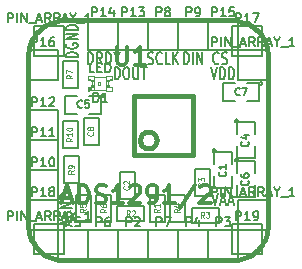
<source format=gto>
G04 (created by PCBNEW-RS274X (2012-jan-04)-stable) date Thu 19 Apr 2012 09:17:57 PM CEST*
G01*
G70*
G90*
%MOIN*%
G04 Gerber Fmt 3.4, Leading zero omitted, Abs format*
%FSLAX34Y34*%
G04 APERTURE LIST*
%ADD10C,0.006000*%
%ADD11C,0.007500*%
%ADD12C,0.015000*%
%ADD13C,0.005000*%
%ADD14C,0.002600*%
%ADD15C,0.004000*%
%ADD16C,0.002000*%
%ADD17C,0.012000*%
%ADD18C,0.004500*%
G04 APERTURE END LIST*
G54D10*
G54D11*
X29052Y-33563D02*
X28652Y-33563D01*
X28652Y-33491D01*
X28671Y-33448D01*
X28709Y-33420D01*
X28747Y-33405D01*
X28823Y-33391D01*
X28880Y-33391D01*
X28957Y-33405D01*
X28995Y-33420D01*
X29033Y-33448D01*
X29052Y-33491D01*
X29052Y-33563D01*
X28671Y-33105D02*
X28652Y-33134D01*
X28652Y-33177D01*
X28671Y-33220D01*
X28709Y-33248D01*
X28747Y-33263D01*
X28823Y-33277D01*
X28880Y-33277D01*
X28957Y-33263D01*
X28995Y-33248D01*
X29033Y-33220D01*
X29052Y-33177D01*
X29052Y-33148D01*
X29033Y-33105D01*
X29014Y-33091D01*
X28880Y-33091D01*
X28880Y-33148D01*
X29052Y-32963D02*
X28652Y-32963D01*
X29052Y-32791D01*
X28652Y-32791D01*
X29052Y-32649D02*
X28652Y-32649D01*
X28652Y-32577D01*
X28671Y-32534D01*
X28709Y-32506D01*
X28747Y-32491D01*
X28823Y-32477D01*
X28880Y-32477D01*
X28957Y-32491D01*
X28995Y-32506D01*
X29033Y-32534D01*
X29052Y-32577D01*
X29052Y-32649D01*
X28738Y-39155D02*
X28738Y-39012D01*
X28852Y-39183D02*
X28452Y-39083D01*
X28852Y-38983D01*
X28471Y-38726D02*
X28452Y-38755D01*
X28452Y-38798D01*
X28471Y-38841D01*
X28509Y-38869D01*
X28547Y-38884D01*
X28623Y-38898D01*
X28680Y-38898D01*
X28757Y-38884D01*
X28795Y-38869D01*
X28833Y-38841D01*
X28852Y-38798D01*
X28852Y-38769D01*
X28833Y-38726D01*
X28814Y-38712D01*
X28680Y-38712D01*
X28680Y-38769D01*
X28852Y-38584D02*
X28452Y-38584D01*
X28852Y-38412D01*
X28452Y-38412D01*
X28852Y-38270D02*
X28452Y-38270D01*
X28452Y-38198D01*
X28471Y-38155D01*
X28509Y-38127D01*
X28547Y-38112D01*
X28623Y-38098D01*
X28680Y-38098D01*
X28757Y-38112D01*
X28795Y-38127D01*
X28833Y-38155D01*
X28852Y-38198D01*
X28852Y-38270D01*
X33534Y-38089D02*
X33634Y-38489D01*
X33734Y-38089D01*
X33819Y-38375D02*
X33962Y-38375D01*
X33791Y-38489D02*
X33891Y-38089D01*
X33991Y-38489D01*
X34076Y-38375D02*
X34219Y-38375D01*
X34048Y-38489D02*
X34148Y-38089D01*
X34248Y-38489D01*
X33491Y-33889D02*
X33591Y-34289D01*
X33691Y-33889D01*
X33790Y-34289D02*
X33790Y-33889D01*
X33862Y-33889D01*
X33905Y-33908D01*
X33933Y-33946D01*
X33948Y-33984D01*
X33962Y-34060D01*
X33962Y-34117D01*
X33948Y-34194D01*
X33933Y-34232D01*
X33905Y-34270D01*
X33862Y-34289D01*
X33790Y-34289D01*
X34090Y-34289D02*
X34090Y-33889D01*
X34162Y-33889D01*
X34205Y-33908D01*
X34233Y-33946D01*
X34248Y-33984D01*
X34262Y-34060D01*
X34262Y-34117D01*
X34248Y-34194D01*
X34233Y-34232D01*
X34205Y-34270D01*
X34162Y-34289D01*
X34090Y-34289D01*
X29383Y-33789D02*
X29383Y-33389D01*
X29455Y-33389D01*
X29498Y-33408D01*
X29526Y-33446D01*
X29541Y-33484D01*
X29555Y-33560D01*
X29555Y-33617D01*
X29541Y-33694D01*
X29526Y-33732D01*
X29498Y-33770D01*
X29455Y-33789D01*
X29383Y-33789D01*
X29855Y-33789D02*
X29755Y-33598D01*
X29683Y-33789D02*
X29683Y-33389D01*
X29798Y-33389D01*
X29826Y-33408D01*
X29841Y-33427D01*
X29855Y-33465D01*
X29855Y-33522D01*
X29841Y-33560D01*
X29826Y-33579D01*
X29798Y-33598D01*
X29683Y-33598D01*
X29983Y-33789D02*
X29983Y-33389D01*
X30055Y-33389D01*
X30098Y-33408D01*
X30126Y-33446D01*
X30141Y-33484D01*
X30155Y-33560D01*
X30155Y-33617D01*
X30141Y-33694D01*
X30126Y-33732D01*
X30098Y-33770D01*
X30055Y-33789D01*
X29983Y-33789D01*
X30341Y-33598D02*
X30341Y-33789D01*
X30241Y-33389D02*
X30341Y-33598D01*
X30441Y-33389D01*
X30283Y-34289D02*
X30283Y-33889D01*
X30355Y-33889D01*
X30398Y-33908D01*
X30426Y-33946D01*
X30441Y-33984D01*
X30455Y-34060D01*
X30455Y-34117D01*
X30441Y-34194D01*
X30426Y-34232D01*
X30398Y-34270D01*
X30355Y-34289D01*
X30283Y-34289D01*
X30641Y-33889D02*
X30698Y-33889D01*
X30726Y-33908D01*
X30755Y-33946D01*
X30769Y-34022D01*
X30769Y-34156D01*
X30755Y-34232D01*
X30726Y-34270D01*
X30698Y-34289D01*
X30641Y-34289D01*
X30612Y-34270D01*
X30583Y-34232D01*
X30569Y-34156D01*
X30569Y-34022D01*
X30583Y-33946D01*
X30612Y-33908D01*
X30641Y-33889D01*
X30897Y-33889D02*
X30897Y-34213D01*
X30912Y-34251D01*
X30926Y-34270D01*
X30955Y-34289D01*
X31012Y-34289D01*
X31040Y-34270D01*
X31055Y-34251D01*
X31069Y-34213D01*
X31069Y-33889D01*
X31169Y-33889D02*
X31340Y-33889D01*
X31254Y-34289D02*
X31254Y-33889D01*
X31383Y-33770D02*
X31426Y-33789D01*
X31497Y-33789D01*
X31526Y-33770D01*
X31540Y-33751D01*
X31555Y-33713D01*
X31555Y-33675D01*
X31540Y-33637D01*
X31526Y-33617D01*
X31497Y-33598D01*
X31440Y-33579D01*
X31412Y-33560D01*
X31397Y-33541D01*
X31383Y-33503D01*
X31383Y-33465D01*
X31397Y-33427D01*
X31412Y-33408D01*
X31440Y-33389D01*
X31512Y-33389D01*
X31555Y-33408D01*
X31855Y-33751D02*
X31841Y-33770D01*
X31798Y-33789D01*
X31769Y-33789D01*
X31726Y-33770D01*
X31698Y-33732D01*
X31683Y-33694D01*
X31669Y-33617D01*
X31669Y-33560D01*
X31683Y-33484D01*
X31698Y-33446D01*
X31726Y-33408D01*
X31769Y-33389D01*
X31798Y-33389D01*
X31841Y-33408D01*
X31855Y-33427D01*
X32126Y-33789D02*
X31983Y-33789D01*
X31983Y-33389D01*
X32226Y-33789D02*
X32226Y-33389D01*
X32398Y-33789D02*
X32269Y-33560D01*
X32398Y-33389D02*
X32226Y-33617D01*
X32583Y-33789D02*
X32583Y-33389D01*
X32655Y-33389D01*
X32698Y-33408D01*
X32726Y-33446D01*
X32741Y-33484D01*
X32755Y-33560D01*
X32755Y-33617D01*
X32741Y-33694D01*
X32726Y-33732D01*
X32698Y-33770D01*
X32655Y-33789D01*
X32583Y-33789D01*
X32883Y-33789D02*
X32883Y-33389D01*
X33026Y-33789D02*
X33026Y-33389D01*
X33198Y-33789D01*
X33198Y-33389D01*
X33740Y-33751D02*
X33726Y-33770D01*
X33683Y-33789D01*
X33654Y-33789D01*
X33611Y-33770D01*
X33583Y-33732D01*
X33568Y-33694D01*
X33554Y-33617D01*
X33554Y-33560D01*
X33568Y-33484D01*
X33583Y-33446D01*
X33611Y-33408D01*
X33654Y-33389D01*
X33683Y-33389D01*
X33726Y-33408D01*
X33740Y-33427D01*
X33854Y-33770D02*
X33897Y-33789D01*
X33968Y-33789D01*
X33997Y-33770D01*
X34011Y-33751D01*
X34026Y-33713D01*
X34026Y-33675D01*
X34011Y-33637D01*
X33997Y-33617D01*
X33968Y-33598D01*
X33911Y-33579D01*
X33883Y-33560D01*
X33868Y-33541D01*
X33854Y-33503D01*
X33854Y-33465D01*
X33868Y-33427D01*
X33883Y-33408D01*
X33911Y-33389D01*
X33983Y-33389D01*
X34026Y-33408D01*
G54D12*
X27390Y-33527D02*
X27390Y-39127D01*
X34190Y-32327D02*
X28590Y-32327D01*
X35390Y-39127D02*
X35390Y-33527D01*
X28590Y-40327D02*
X34190Y-40327D01*
X27390Y-39127D02*
X27395Y-39231D01*
X27409Y-39335D01*
X27431Y-39437D01*
X27463Y-39537D01*
X27503Y-39634D01*
X27551Y-39726D01*
X27608Y-39815D01*
X27671Y-39898D01*
X27742Y-39975D01*
X27819Y-40046D01*
X27902Y-40109D01*
X27991Y-40166D01*
X28083Y-40214D01*
X28180Y-40254D01*
X28280Y-40286D01*
X28382Y-40308D01*
X28486Y-40322D01*
X28590Y-40327D01*
X28590Y-32327D02*
X28486Y-32332D01*
X28382Y-32346D01*
X28280Y-32368D01*
X28180Y-32400D01*
X28083Y-32440D01*
X27991Y-32488D01*
X27902Y-32545D01*
X27819Y-32608D01*
X27742Y-32679D01*
X27671Y-32756D01*
X27608Y-32839D01*
X27551Y-32928D01*
X27503Y-33020D01*
X27463Y-33117D01*
X27431Y-33217D01*
X27409Y-33319D01*
X27395Y-33423D01*
X27390Y-33527D01*
X35390Y-33527D02*
X35385Y-33423D01*
X35371Y-33319D01*
X35349Y-33217D01*
X35317Y-33117D01*
X35277Y-33020D01*
X35229Y-32928D01*
X35172Y-32839D01*
X35109Y-32756D01*
X35038Y-32679D01*
X34961Y-32608D01*
X34878Y-32545D01*
X34790Y-32488D01*
X34697Y-32440D01*
X34600Y-32400D01*
X34500Y-32368D01*
X34398Y-32346D01*
X34294Y-32332D01*
X34190Y-32327D01*
X34190Y-40327D02*
X34294Y-40322D01*
X34398Y-40308D01*
X34500Y-40286D01*
X34600Y-40254D01*
X34697Y-40214D01*
X34790Y-40166D01*
X34878Y-40109D01*
X34961Y-40046D01*
X35038Y-39975D01*
X35109Y-39898D01*
X35172Y-39815D01*
X35229Y-39726D01*
X35277Y-39634D01*
X35317Y-39537D01*
X35349Y-39437D01*
X35371Y-39335D01*
X35385Y-39231D01*
X35390Y-39127D01*
X31676Y-36319D02*
X31670Y-36372D01*
X31655Y-36424D01*
X31629Y-36472D01*
X31595Y-36514D01*
X31553Y-36549D01*
X31505Y-36575D01*
X31453Y-36591D01*
X31399Y-36596D01*
X31346Y-36592D01*
X31294Y-36576D01*
X31246Y-36551D01*
X31204Y-36517D01*
X31169Y-36476D01*
X31143Y-36428D01*
X31127Y-36376D01*
X31121Y-36322D01*
X31125Y-36269D01*
X31140Y-36217D01*
X31165Y-36169D01*
X31199Y-36126D01*
X31240Y-36091D01*
X31287Y-36065D01*
X31339Y-36048D01*
X31393Y-36042D01*
X31446Y-36046D01*
X31498Y-36060D01*
X31546Y-36085D01*
X31589Y-36118D01*
X31625Y-36159D01*
X31651Y-36206D01*
X31669Y-36258D01*
X31675Y-36312D01*
X31676Y-36319D01*
X30906Y-36810D02*
X30906Y-34842D01*
X30906Y-34842D02*
X32874Y-34842D01*
X32874Y-34842D02*
X32874Y-36810D01*
X32874Y-36810D02*
X30906Y-36810D01*
G54D13*
X34390Y-36977D02*
X34389Y-36986D01*
X34386Y-36996D01*
X34381Y-37004D01*
X34375Y-37012D01*
X34367Y-37018D01*
X34359Y-37023D01*
X34350Y-37025D01*
X34340Y-37026D01*
X34331Y-37026D01*
X34322Y-37023D01*
X34313Y-37018D01*
X34306Y-37012D01*
X34299Y-37005D01*
X34295Y-36996D01*
X34292Y-36987D01*
X34291Y-36977D01*
X34291Y-36968D01*
X34294Y-36959D01*
X34298Y-36950D01*
X34305Y-36943D01*
X34312Y-36936D01*
X34320Y-36932D01*
X34330Y-36929D01*
X34339Y-36928D01*
X34348Y-36928D01*
X34358Y-36931D01*
X34366Y-36935D01*
X34374Y-36941D01*
X34380Y-36949D01*
X34385Y-36957D01*
X34388Y-36966D01*
X34389Y-36976D01*
X34390Y-36977D01*
X34340Y-37427D02*
X34340Y-37027D01*
X34340Y-37027D02*
X34940Y-37027D01*
X34940Y-37027D02*
X34940Y-37427D01*
X34940Y-37827D02*
X34940Y-38227D01*
X34940Y-38227D02*
X34340Y-38227D01*
X34340Y-38227D02*
X34340Y-37827D01*
X35190Y-34427D02*
X35189Y-34436D01*
X35186Y-34446D01*
X35181Y-34454D01*
X35175Y-34462D01*
X35167Y-34468D01*
X35159Y-34473D01*
X35150Y-34475D01*
X35140Y-34476D01*
X35131Y-34476D01*
X35122Y-34473D01*
X35113Y-34468D01*
X35106Y-34462D01*
X35099Y-34455D01*
X35095Y-34446D01*
X35092Y-34437D01*
X35091Y-34427D01*
X35091Y-34418D01*
X35094Y-34409D01*
X35098Y-34400D01*
X35105Y-34393D01*
X35112Y-34386D01*
X35120Y-34382D01*
X35130Y-34379D01*
X35139Y-34378D01*
X35148Y-34378D01*
X35158Y-34381D01*
X35166Y-34385D01*
X35174Y-34391D01*
X35180Y-34399D01*
X35185Y-34407D01*
X35188Y-34416D01*
X35189Y-34426D01*
X35190Y-34427D01*
X34690Y-34427D02*
X35090Y-34427D01*
X35090Y-34427D02*
X35090Y-35027D01*
X35090Y-35027D02*
X34690Y-35027D01*
X34290Y-35027D02*
X33890Y-35027D01*
X33890Y-35027D02*
X33890Y-34427D01*
X33890Y-34427D02*
X34290Y-34427D01*
X34390Y-35677D02*
X34389Y-35686D01*
X34386Y-35696D01*
X34381Y-35704D01*
X34375Y-35712D01*
X34367Y-35718D01*
X34359Y-35723D01*
X34350Y-35725D01*
X34340Y-35726D01*
X34331Y-35726D01*
X34322Y-35723D01*
X34313Y-35718D01*
X34306Y-35712D01*
X34299Y-35705D01*
X34295Y-35696D01*
X34292Y-35687D01*
X34291Y-35677D01*
X34291Y-35668D01*
X34294Y-35659D01*
X34298Y-35650D01*
X34305Y-35643D01*
X34312Y-35636D01*
X34320Y-35632D01*
X34330Y-35629D01*
X34339Y-35628D01*
X34348Y-35628D01*
X34358Y-35631D01*
X34366Y-35635D01*
X34374Y-35641D01*
X34380Y-35649D01*
X34385Y-35657D01*
X34388Y-35666D01*
X34389Y-35676D01*
X34390Y-35677D01*
X34340Y-36127D02*
X34340Y-35727D01*
X34340Y-35727D02*
X34940Y-35727D01*
X34940Y-35727D02*
X34940Y-36127D01*
X34940Y-36527D02*
X34940Y-36927D01*
X34940Y-36927D02*
X34340Y-36927D01*
X34340Y-36927D02*
X34340Y-36527D01*
X29933Y-34838D02*
X29932Y-34847D01*
X29929Y-34857D01*
X29924Y-34865D01*
X29918Y-34873D01*
X29910Y-34879D01*
X29902Y-34884D01*
X29893Y-34886D01*
X29883Y-34887D01*
X29874Y-34887D01*
X29865Y-34884D01*
X29856Y-34879D01*
X29849Y-34873D01*
X29842Y-34866D01*
X29838Y-34857D01*
X29835Y-34848D01*
X29834Y-34838D01*
X29834Y-34829D01*
X29837Y-34820D01*
X29841Y-34811D01*
X29848Y-34804D01*
X29855Y-34797D01*
X29863Y-34793D01*
X29873Y-34790D01*
X29882Y-34789D01*
X29891Y-34789D01*
X29901Y-34792D01*
X29909Y-34796D01*
X29917Y-34802D01*
X29923Y-34810D01*
X29928Y-34818D01*
X29931Y-34827D01*
X29932Y-34837D01*
X29933Y-34838D01*
X29433Y-34838D02*
X29833Y-34838D01*
X29833Y-34838D02*
X29833Y-35438D01*
X29833Y-35438D02*
X29433Y-35438D01*
X29033Y-35438D02*
X28633Y-35438D01*
X28633Y-35438D02*
X28633Y-34838D01*
X28633Y-34838D02*
X29033Y-34838D01*
X33640Y-36677D02*
X33639Y-36686D01*
X33636Y-36696D01*
X33631Y-36704D01*
X33625Y-36712D01*
X33617Y-36718D01*
X33609Y-36723D01*
X33600Y-36725D01*
X33590Y-36726D01*
X33581Y-36726D01*
X33572Y-36723D01*
X33563Y-36718D01*
X33556Y-36712D01*
X33549Y-36705D01*
X33545Y-36696D01*
X33542Y-36687D01*
X33541Y-36677D01*
X33541Y-36668D01*
X33544Y-36659D01*
X33548Y-36650D01*
X33555Y-36643D01*
X33562Y-36636D01*
X33570Y-36632D01*
X33580Y-36629D01*
X33589Y-36628D01*
X33598Y-36628D01*
X33608Y-36631D01*
X33616Y-36635D01*
X33624Y-36641D01*
X33630Y-36649D01*
X33635Y-36657D01*
X33638Y-36666D01*
X33639Y-36676D01*
X33640Y-36677D01*
X33590Y-37127D02*
X33590Y-36727D01*
X33590Y-36727D02*
X34190Y-36727D01*
X34190Y-36727D02*
X34190Y-37127D01*
X34190Y-37527D02*
X34190Y-37927D01*
X34190Y-37927D02*
X33590Y-37927D01*
X33590Y-37927D02*
X33590Y-37527D01*
X29040Y-35677D02*
X29040Y-36577D01*
X29040Y-36577D02*
X28540Y-36577D01*
X28540Y-36577D02*
X28540Y-35677D01*
X28540Y-35677D02*
X29040Y-35677D01*
X29089Y-36853D02*
X29089Y-37753D01*
X29089Y-37753D02*
X28589Y-37753D01*
X28589Y-37753D02*
X28589Y-36853D01*
X28589Y-36853D02*
X29089Y-36853D01*
X29040Y-33677D02*
X29040Y-34577D01*
X29040Y-34577D02*
X28540Y-34577D01*
X28540Y-34577D02*
X28540Y-33677D01*
X28540Y-33677D02*
X29040Y-33677D01*
X30171Y-38133D02*
X30171Y-39033D01*
X30171Y-39033D02*
X29671Y-39033D01*
X29671Y-39033D02*
X29671Y-38133D01*
X29671Y-38133D02*
X30171Y-38133D01*
X29483Y-38133D02*
X29483Y-39033D01*
X29483Y-39033D02*
X28983Y-39033D01*
X28983Y-39033D02*
X28983Y-38133D01*
X28983Y-38133D02*
X29483Y-38133D01*
X32632Y-38133D02*
X32632Y-39033D01*
X32632Y-39033D02*
X32132Y-39033D01*
X32132Y-39033D02*
X32132Y-38133D01*
X32132Y-38133D02*
X32632Y-38133D01*
X32840Y-38577D02*
X33740Y-38577D01*
X33740Y-38577D02*
X33740Y-39077D01*
X33740Y-39077D02*
X32840Y-39077D01*
X32840Y-39077D02*
X32840Y-38577D01*
X31257Y-39030D02*
X30357Y-39030D01*
X30357Y-39030D02*
X30357Y-38530D01*
X30357Y-38530D02*
X31257Y-38530D01*
X31257Y-38530D02*
X31257Y-39030D01*
X31943Y-38133D02*
X31943Y-39033D01*
X31943Y-39033D02*
X31443Y-39033D01*
X31443Y-39033D02*
X31443Y-38133D01*
X31443Y-38133D02*
X31943Y-38133D01*
G54D14*
X29594Y-34309D02*
X29594Y-34181D01*
X29594Y-34181D02*
X29397Y-34181D01*
X29397Y-34309D02*
X29397Y-34181D01*
X29594Y-34309D02*
X29397Y-34309D01*
X29594Y-34554D02*
X29594Y-34495D01*
X29594Y-34495D02*
X29495Y-34495D01*
X29495Y-34554D02*
X29495Y-34495D01*
X29594Y-34554D02*
X29495Y-34554D01*
X29594Y-34359D02*
X29594Y-34300D01*
X29594Y-34300D02*
X29495Y-34300D01*
X29495Y-34359D02*
X29495Y-34300D01*
X29594Y-34359D02*
X29495Y-34359D01*
X29594Y-34505D02*
X29594Y-34349D01*
X29594Y-34349D02*
X29525Y-34349D01*
X29525Y-34505D02*
X29525Y-34349D01*
X29594Y-34505D02*
X29525Y-34505D01*
X30183Y-34309D02*
X30183Y-34181D01*
X30183Y-34181D02*
X29986Y-34181D01*
X29986Y-34309D02*
X29986Y-34181D01*
X30183Y-34309D02*
X29986Y-34309D01*
X30183Y-34673D02*
X30183Y-34545D01*
X30183Y-34545D02*
X29986Y-34545D01*
X29986Y-34673D02*
X29986Y-34545D01*
X30183Y-34673D02*
X29986Y-34673D01*
X30085Y-34359D02*
X30085Y-34300D01*
X30085Y-34300D02*
X29986Y-34300D01*
X29986Y-34359D02*
X29986Y-34300D01*
X30085Y-34359D02*
X29986Y-34359D01*
X30085Y-34554D02*
X30085Y-34495D01*
X30085Y-34495D02*
X29986Y-34495D01*
X29986Y-34554D02*
X29986Y-34495D01*
X30085Y-34554D02*
X29986Y-34554D01*
X30055Y-34505D02*
X30055Y-34349D01*
X30055Y-34349D02*
X29986Y-34349D01*
X29986Y-34505D02*
X29986Y-34349D01*
X30055Y-34505D02*
X29986Y-34505D01*
X29790Y-34466D02*
X29790Y-34388D01*
X29790Y-34388D02*
X29712Y-34388D01*
X29712Y-34466D02*
X29712Y-34388D01*
X29790Y-34466D02*
X29712Y-34466D01*
X29594Y-34663D02*
X29594Y-34545D01*
X29594Y-34545D02*
X29476Y-34545D01*
X29476Y-34663D02*
X29476Y-34545D01*
X29594Y-34663D02*
X29476Y-34663D01*
X29426Y-34673D02*
X29426Y-34584D01*
X29426Y-34584D02*
X29397Y-34584D01*
X29397Y-34673D02*
X29397Y-34584D01*
X29426Y-34673D02*
X29397Y-34673D01*
G54D15*
X29584Y-34201D02*
X29996Y-34201D01*
X29986Y-34653D02*
X29426Y-34653D01*
G54D16*
X29484Y-34604D02*
X29483Y-34609D01*
X29481Y-34614D01*
X29479Y-34619D01*
X29475Y-34623D01*
X29471Y-34627D01*
X29466Y-34629D01*
X29461Y-34631D01*
X29456Y-34631D01*
X29451Y-34631D01*
X29446Y-34629D01*
X29441Y-34627D01*
X29437Y-34624D01*
X29433Y-34619D01*
X29431Y-34615D01*
X29429Y-34609D01*
X29429Y-34604D01*
X29429Y-34599D01*
X29430Y-34594D01*
X29433Y-34589D01*
X29436Y-34585D01*
X29441Y-34582D01*
X29445Y-34579D01*
X29450Y-34577D01*
X29456Y-34577D01*
X29460Y-34577D01*
X29466Y-34578D01*
X29471Y-34581D01*
X29475Y-34584D01*
X29478Y-34588D01*
X29481Y-34593D01*
X29483Y-34598D01*
X29483Y-34604D01*
X29484Y-34604D01*
G54D15*
X29397Y-34564D02*
X29408Y-34563D01*
X29420Y-34561D01*
X29432Y-34559D01*
X29443Y-34555D01*
X29454Y-34551D01*
X29465Y-34545D01*
X29475Y-34539D01*
X29485Y-34531D01*
X29493Y-34523D01*
X29501Y-34515D01*
X29509Y-34505D01*
X29515Y-34495D01*
X29521Y-34484D01*
X29525Y-34473D01*
X29529Y-34462D01*
X29531Y-34450D01*
X29533Y-34438D01*
X29534Y-34427D01*
X29533Y-34416D01*
X29531Y-34404D01*
X29529Y-34392D01*
X29525Y-34381D01*
X29521Y-34370D01*
X29515Y-34359D01*
X29509Y-34349D01*
X29501Y-34339D01*
X29493Y-34331D01*
X29485Y-34323D01*
X29475Y-34315D01*
X29465Y-34309D01*
X29454Y-34303D01*
X29443Y-34299D01*
X29432Y-34295D01*
X29420Y-34293D01*
X29408Y-34291D01*
X29397Y-34290D01*
X30183Y-34290D02*
X30172Y-34291D01*
X30160Y-34293D01*
X30148Y-34295D01*
X30137Y-34299D01*
X30126Y-34303D01*
X30115Y-34309D01*
X30105Y-34315D01*
X30095Y-34323D01*
X30087Y-34331D01*
X30079Y-34339D01*
X30071Y-34349D01*
X30065Y-34359D01*
X30059Y-34370D01*
X30055Y-34381D01*
X30051Y-34392D01*
X30049Y-34404D01*
X30047Y-34416D01*
X30046Y-34427D01*
X30047Y-34438D01*
X30049Y-34450D01*
X30051Y-34462D01*
X30055Y-34473D01*
X30059Y-34484D01*
X30065Y-34495D01*
X30071Y-34505D01*
X30079Y-34515D01*
X30087Y-34523D01*
X30095Y-34531D01*
X30105Y-34539D01*
X30115Y-34545D01*
X30126Y-34551D01*
X30137Y-34555D01*
X30148Y-34559D01*
X30160Y-34561D01*
X30172Y-34563D01*
X30183Y-34564D01*
G54D10*
X31390Y-40327D02*
X30390Y-40327D01*
X30390Y-39327D02*
X31390Y-39327D01*
X30390Y-40327D02*
X30390Y-39327D01*
X31390Y-39327D02*
X31390Y-40327D01*
X34390Y-40327D02*
X33390Y-40327D01*
X33390Y-39327D02*
X34390Y-39327D01*
X33390Y-40327D02*
X33390Y-39327D01*
X34390Y-39327D02*
X34390Y-40327D01*
X33390Y-40327D02*
X32390Y-40327D01*
X32390Y-39327D02*
X33390Y-39327D01*
X32390Y-40327D02*
X32390Y-39327D01*
X33390Y-39327D02*
X33390Y-40327D01*
X29390Y-40327D02*
X28390Y-40327D01*
X28390Y-39327D02*
X29390Y-39327D01*
X28390Y-40327D02*
X28390Y-39327D01*
X29390Y-39327D02*
X29390Y-40327D01*
X30390Y-40327D02*
X29390Y-40327D01*
X29390Y-39327D02*
X30390Y-39327D01*
X29390Y-40327D02*
X29390Y-39327D01*
X30390Y-39327D02*
X30390Y-40327D01*
X32390Y-40327D02*
X31390Y-40327D01*
X31390Y-39327D02*
X32390Y-39327D01*
X31390Y-40327D02*
X31390Y-39327D01*
X32390Y-39327D02*
X32390Y-40327D01*
X32390Y-33327D02*
X31390Y-33327D01*
X31390Y-32327D02*
X32390Y-32327D01*
X31390Y-33327D02*
X31390Y-32327D01*
X32390Y-32327D02*
X32390Y-33327D01*
X33390Y-33327D02*
X32390Y-33327D01*
X32390Y-32327D02*
X33390Y-32327D01*
X32390Y-33327D02*
X32390Y-32327D01*
X33390Y-32327D02*
X33390Y-33327D01*
X28390Y-38327D02*
X27390Y-38327D01*
X27390Y-37327D02*
X28390Y-37327D01*
X27390Y-38327D02*
X27390Y-37327D01*
X28390Y-37327D02*
X28390Y-38327D01*
X28390Y-37327D02*
X27390Y-37327D01*
X27390Y-36327D02*
X28390Y-36327D01*
X27390Y-37327D02*
X27390Y-36327D01*
X28390Y-36327D02*
X28390Y-37327D01*
X28390Y-36327D02*
X27390Y-36327D01*
X27390Y-35327D02*
X28390Y-35327D01*
X27390Y-36327D02*
X27390Y-35327D01*
X28390Y-35327D02*
X28390Y-36327D01*
X31390Y-33327D02*
X30390Y-33327D01*
X30390Y-32327D02*
X31390Y-32327D01*
X30390Y-33327D02*
X30390Y-32327D01*
X31390Y-32327D02*
X31390Y-33327D01*
X30390Y-33327D02*
X29390Y-33327D01*
X29390Y-32327D02*
X30390Y-32327D01*
X29390Y-33327D02*
X29390Y-32327D01*
X30390Y-32327D02*
X30390Y-33327D01*
X34390Y-33327D02*
X33390Y-33327D01*
X33390Y-32327D02*
X34390Y-32327D01*
X33390Y-33327D02*
X33390Y-32327D01*
X34390Y-32327D02*
X34390Y-33327D01*
X28390Y-34327D02*
X27390Y-34327D01*
X27390Y-33327D02*
X28390Y-33327D01*
X27390Y-34327D02*
X27390Y-33327D01*
X28390Y-33327D02*
X28390Y-34327D01*
X35190Y-33527D02*
X34190Y-33527D01*
X34190Y-32527D02*
X35190Y-32527D01*
X34190Y-33527D02*
X34190Y-32527D01*
X35190Y-32527D02*
X35190Y-33527D01*
X28390Y-39327D02*
X27390Y-39327D01*
X27390Y-38327D02*
X28390Y-38327D01*
X27390Y-39327D02*
X27390Y-38327D01*
X28390Y-38327D02*
X28390Y-39327D01*
X35190Y-40127D02*
X34190Y-40127D01*
X34190Y-39127D02*
X35190Y-39127D01*
X34190Y-40127D02*
X34190Y-39127D01*
X35190Y-39127D02*
X35190Y-40127D01*
G54D13*
X29240Y-36477D02*
X29240Y-35577D01*
X29240Y-35577D02*
X29740Y-35577D01*
X29740Y-35577D02*
X29740Y-36477D01*
X29740Y-36477D02*
X29240Y-36477D01*
X30940Y-37377D02*
X30940Y-38277D01*
X30940Y-38277D02*
X30440Y-38277D01*
X30440Y-38277D02*
X30440Y-37377D01*
X30440Y-37377D02*
X30940Y-37377D01*
X33440Y-37277D02*
X33440Y-38177D01*
X33440Y-38177D02*
X32940Y-38177D01*
X32940Y-38177D02*
X32940Y-37277D01*
X32940Y-37277D02*
X33440Y-37277D01*
G54D10*
X28590Y-33527D02*
X27590Y-33527D01*
X27590Y-32527D02*
X28590Y-32527D01*
X27590Y-33527D02*
X27590Y-32527D01*
X28590Y-32527D02*
X28590Y-33527D01*
X28590Y-40127D02*
X27590Y-40127D01*
X27590Y-39127D02*
X28590Y-39127D01*
X27590Y-40127D02*
X27590Y-39127D01*
X28590Y-39127D02*
X28590Y-40127D01*
X35390Y-34327D02*
X34390Y-34327D01*
X34390Y-33327D02*
X35390Y-33327D01*
X34390Y-34327D02*
X34390Y-33327D01*
X35390Y-33327D02*
X35390Y-34327D01*
X35390Y-39327D02*
X34390Y-39327D01*
X34390Y-38327D02*
X35390Y-38327D01*
X34390Y-39327D02*
X34390Y-38327D01*
X35390Y-38327D02*
X35390Y-39327D01*
G54D17*
X30350Y-33206D02*
X30350Y-33692D01*
X30378Y-33749D01*
X30407Y-33777D01*
X30464Y-33806D01*
X30578Y-33806D01*
X30636Y-33777D01*
X30664Y-33749D01*
X30693Y-33692D01*
X30693Y-33206D01*
X31293Y-33806D02*
X30950Y-33806D01*
X31122Y-33806D02*
X31122Y-33206D01*
X31065Y-33292D01*
X31007Y-33349D01*
X30950Y-33377D01*
X28534Y-38260D02*
X28820Y-38260D01*
X28477Y-38432D02*
X28677Y-37832D01*
X28877Y-38432D01*
X29077Y-38432D02*
X29077Y-37832D01*
X29220Y-37832D01*
X29305Y-37860D01*
X29363Y-37918D01*
X29391Y-37975D01*
X29420Y-38089D01*
X29420Y-38175D01*
X29391Y-38289D01*
X29363Y-38346D01*
X29305Y-38403D01*
X29220Y-38432D01*
X29077Y-38432D01*
X29648Y-38403D02*
X29734Y-38432D01*
X29877Y-38432D01*
X29934Y-38403D01*
X29963Y-38375D01*
X29991Y-38318D01*
X29991Y-38260D01*
X29963Y-38203D01*
X29934Y-38175D01*
X29877Y-38146D01*
X29763Y-38118D01*
X29705Y-38089D01*
X29677Y-38060D01*
X29648Y-38003D01*
X29648Y-37946D01*
X29677Y-37889D01*
X29705Y-37860D01*
X29763Y-37832D01*
X29905Y-37832D01*
X29991Y-37860D01*
X30562Y-38432D02*
X30219Y-38432D01*
X30391Y-38432D02*
X30391Y-37832D01*
X30334Y-37918D01*
X30276Y-37975D01*
X30219Y-38003D01*
X30790Y-37889D02*
X30819Y-37860D01*
X30876Y-37832D01*
X31019Y-37832D01*
X31076Y-37860D01*
X31105Y-37889D01*
X31133Y-37946D01*
X31133Y-38003D01*
X31105Y-38089D01*
X30762Y-38432D01*
X31133Y-38432D01*
X31418Y-38432D02*
X31533Y-38432D01*
X31590Y-38403D01*
X31618Y-38375D01*
X31676Y-38289D01*
X31704Y-38175D01*
X31704Y-37946D01*
X31676Y-37889D01*
X31647Y-37860D01*
X31590Y-37832D01*
X31476Y-37832D01*
X31418Y-37860D01*
X31390Y-37889D01*
X31361Y-37946D01*
X31361Y-38089D01*
X31390Y-38146D01*
X31418Y-38175D01*
X31476Y-38203D01*
X31590Y-38203D01*
X31647Y-38175D01*
X31676Y-38146D01*
X31704Y-38089D01*
X32275Y-38432D02*
X31932Y-38432D01*
X32104Y-38432D02*
X32104Y-37832D01*
X32047Y-37918D01*
X31989Y-37975D01*
X31932Y-38003D01*
X32960Y-37803D02*
X32446Y-38575D01*
X33132Y-37889D02*
X33161Y-37860D01*
X33218Y-37832D01*
X33361Y-37832D01*
X33418Y-37860D01*
X33447Y-37889D01*
X33475Y-37946D01*
X33475Y-38003D01*
X33447Y-38089D01*
X33104Y-38432D01*
X33475Y-38432D01*
G54D13*
X34717Y-37669D02*
X34729Y-37681D01*
X34741Y-37716D01*
X34741Y-37740D01*
X34729Y-37776D01*
X34705Y-37800D01*
X34682Y-37811D01*
X34634Y-37823D01*
X34598Y-37823D01*
X34551Y-37811D01*
X34527Y-37800D01*
X34503Y-37776D01*
X34491Y-37740D01*
X34491Y-37716D01*
X34503Y-37681D01*
X34515Y-37669D01*
X34491Y-37454D02*
X34491Y-37502D01*
X34503Y-37526D01*
X34515Y-37538D01*
X34551Y-37561D01*
X34598Y-37573D01*
X34694Y-37573D01*
X34717Y-37561D01*
X34729Y-37550D01*
X34741Y-37526D01*
X34741Y-37478D01*
X34729Y-37454D01*
X34717Y-37442D01*
X34694Y-37431D01*
X34634Y-37431D01*
X34610Y-37442D01*
X34598Y-37454D01*
X34586Y-37478D01*
X34586Y-37526D01*
X34598Y-37550D01*
X34610Y-37561D01*
X34634Y-37573D01*
X34448Y-34804D02*
X34436Y-34816D01*
X34401Y-34828D01*
X34377Y-34828D01*
X34341Y-34816D01*
X34317Y-34792D01*
X34306Y-34769D01*
X34294Y-34721D01*
X34294Y-34685D01*
X34306Y-34638D01*
X34317Y-34614D01*
X34341Y-34590D01*
X34377Y-34578D01*
X34401Y-34578D01*
X34436Y-34590D01*
X34448Y-34602D01*
X34532Y-34578D02*
X34698Y-34578D01*
X34591Y-34828D01*
X34717Y-36369D02*
X34729Y-36381D01*
X34741Y-36416D01*
X34741Y-36440D01*
X34729Y-36476D01*
X34705Y-36500D01*
X34682Y-36511D01*
X34634Y-36523D01*
X34598Y-36523D01*
X34551Y-36511D01*
X34527Y-36500D01*
X34503Y-36476D01*
X34491Y-36440D01*
X34491Y-36416D01*
X34503Y-36381D01*
X34515Y-36369D01*
X34575Y-36154D02*
X34741Y-36154D01*
X34479Y-36214D02*
X34658Y-36273D01*
X34658Y-36119D01*
X29191Y-35215D02*
X29179Y-35227D01*
X29144Y-35239D01*
X29120Y-35239D01*
X29084Y-35227D01*
X29060Y-35203D01*
X29049Y-35180D01*
X29037Y-35132D01*
X29037Y-35096D01*
X29049Y-35049D01*
X29060Y-35025D01*
X29084Y-35001D01*
X29120Y-34989D01*
X29144Y-34989D01*
X29179Y-35001D01*
X29191Y-35013D01*
X29418Y-34989D02*
X29299Y-34989D01*
X29287Y-35108D01*
X29299Y-35096D01*
X29322Y-35084D01*
X29382Y-35084D01*
X29406Y-35096D01*
X29418Y-35108D01*
X29429Y-35132D01*
X29429Y-35192D01*
X29418Y-35215D01*
X29406Y-35227D01*
X29382Y-35239D01*
X29322Y-35239D01*
X29299Y-35227D01*
X29287Y-35215D01*
X33967Y-37369D02*
X33979Y-37381D01*
X33991Y-37416D01*
X33991Y-37440D01*
X33979Y-37476D01*
X33955Y-37500D01*
X33932Y-37511D01*
X33884Y-37523D01*
X33848Y-37523D01*
X33801Y-37511D01*
X33777Y-37500D01*
X33753Y-37476D01*
X33741Y-37440D01*
X33741Y-37416D01*
X33753Y-37381D01*
X33765Y-37369D01*
X33991Y-37131D02*
X33991Y-37273D01*
X33991Y-37202D02*
X33741Y-37202D01*
X33777Y-37226D01*
X33801Y-37250D01*
X33813Y-37273D01*
G54D18*
X28871Y-36242D02*
X28776Y-36302D01*
X28871Y-36345D02*
X28671Y-36345D01*
X28671Y-36277D01*
X28680Y-36259D01*
X28690Y-36251D01*
X28709Y-36242D01*
X28738Y-36242D01*
X28757Y-36251D01*
X28766Y-36259D01*
X28776Y-36277D01*
X28776Y-36345D01*
X28871Y-36071D02*
X28871Y-36174D01*
X28871Y-36122D02*
X28671Y-36122D01*
X28700Y-36139D01*
X28719Y-36157D01*
X28728Y-36174D01*
X28671Y-35960D02*
X28671Y-35943D01*
X28680Y-35926D01*
X28690Y-35917D01*
X28709Y-35908D01*
X28747Y-35900D01*
X28795Y-35900D01*
X28833Y-35908D01*
X28852Y-35917D01*
X28861Y-35926D01*
X28871Y-35943D01*
X28871Y-35960D01*
X28861Y-35977D01*
X28852Y-35986D01*
X28833Y-35994D01*
X28795Y-36003D01*
X28747Y-36003D01*
X28709Y-35994D01*
X28690Y-35986D01*
X28680Y-35977D01*
X28671Y-35960D01*
X28920Y-37332D02*
X28825Y-37392D01*
X28920Y-37435D02*
X28720Y-37435D01*
X28720Y-37367D01*
X28729Y-37349D01*
X28739Y-37341D01*
X28758Y-37332D01*
X28787Y-37332D01*
X28806Y-37341D01*
X28815Y-37349D01*
X28825Y-37367D01*
X28825Y-37435D01*
X28920Y-37247D02*
X28920Y-37212D01*
X28910Y-37195D01*
X28901Y-37187D01*
X28872Y-37169D01*
X28834Y-37161D01*
X28758Y-37161D01*
X28739Y-37169D01*
X28729Y-37178D01*
X28720Y-37195D01*
X28720Y-37229D01*
X28729Y-37247D01*
X28739Y-37255D01*
X28758Y-37264D01*
X28806Y-37264D01*
X28825Y-37255D01*
X28834Y-37247D01*
X28844Y-37229D01*
X28844Y-37195D01*
X28834Y-37178D01*
X28825Y-37169D01*
X28806Y-37161D01*
X28871Y-34156D02*
X28776Y-34216D01*
X28871Y-34259D02*
X28671Y-34259D01*
X28671Y-34191D01*
X28680Y-34173D01*
X28690Y-34165D01*
X28709Y-34156D01*
X28738Y-34156D01*
X28757Y-34165D01*
X28766Y-34173D01*
X28776Y-34191D01*
X28776Y-34259D01*
X28671Y-34096D02*
X28671Y-33976D01*
X28871Y-34053D01*
X30002Y-38612D02*
X29907Y-38672D01*
X30002Y-38715D02*
X29802Y-38715D01*
X29802Y-38647D01*
X29811Y-38629D01*
X29821Y-38621D01*
X29840Y-38612D01*
X29869Y-38612D01*
X29888Y-38621D01*
X29897Y-38629D01*
X29907Y-38647D01*
X29907Y-38715D01*
X29802Y-38458D02*
X29802Y-38492D01*
X29811Y-38509D01*
X29821Y-38518D01*
X29850Y-38535D01*
X29888Y-38544D01*
X29964Y-38544D01*
X29983Y-38535D01*
X29992Y-38527D01*
X30002Y-38509D01*
X30002Y-38475D01*
X29992Y-38458D01*
X29983Y-38449D01*
X29964Y-38441D01*
X29916Y-38441D01*
X29897Y-38449D01*
X29888Y-38458D01*
X29878Y-38475D01*
X29878Y-38509D01*
X29888Y-38527D01*
X29897Y-38535D01*
X29916Y-38544D01*
X29314Y-38612D02*
X29219Y-38672D01*
X29314Y-38715D02*
X29114Y-38715D01*
X29114Y-38647D01*
X29123Y-38629D01*
X29133Y-38621D01*
X29152Y-38612D01*
X29181Y-38612D01*
X29200Y-38621D01*
X29209Y-38629D01*
X29219Y-38647D01*
X29219Y-38715D01*
X29114Y-38449D02*
X29114Y-38535D01*
X29209Y-38544D01*
X29200Y-38535D01*
X29190Y-38518D01*
X29190Y-38475D01*
X29200Y-38458D01*
X29209Y-38449D01*
X29228Y-38441D01*
X29276Y-38441D01*
X29295Y-38449D01*
X29304Y-38458D01*
X29314Y-38475D01*
X29314Y-38518D01*
X29304Y-38535D01*
X29295Y-38544D01*
X32463Y-38612D02*
X32368Y-38672D01*
X32463Y-38715D02*
X32263Y-38715D01*
X32263Y-38647D01*
X32272Y-38629D01*
X32282Y-38621D01*
X32301Y-38612D01*
X32330Y-38612D01*
X32349Y-38621D01*
X32358Y-38629D01*
X32368Y-38647D01*
X32368Y-38715D01*
X32330Y-38458D02*
X32463Y-38458D01*
X32253Y-38501D02*
X32396Y-38544D01*
X32396Y-38432D01*
X33261Y-38908D02*
X33201Y-38813D01*
X33158Y-38908D02*
X33158Y-38708D01*
X33226Y-38708D01*
X33244Y-38717D01*
X33252Y-38727D01*
X33261Y-38746D01*
X33261Y-38775D01*
X33252Y-38794D01*
X33244Y-38803D01*
X33226Y-38813D01*
X33158Y-38813D01*
X33321Y-38708D02*
X33432Y-38708D01*
X33372Y-38784D01*
X33398Y-38784D01*
X33415Y-38794D01*
X33424Y-38803D01*
X33432Y-38822D01*
X33432Y-38870D01*
X33424Y-38889D01*
X33415Y-38898D01*
X33398Y-38908D01*
X33346Y-38908D01*
X33329Y-38898D01*
X33321Y-38889D01*
X30778Y-38861D02*
X30718Y-38766D01*
X30675Y-38861D02*
X30675Y-38661D01*
X30743Y-38661D01*
X30761Y-38670D01*
X30769Y-38680D01*
X30778Y-38699D01*
X30778Y-38728D01*
X30769Y-38747D01*
X30761Y-38756D01*
X30743Y-38766D01*
X30675Y-38766D01*
X30846Y-38680D02*
X30855Y-38670D01*
X30872Y-38661D01*
X30915Y-38661D01*
X30932Y-38670D01*
X30941Y-38680D01*
X30949Y-38699D01*
X30949Y-38718D01*
X30941Y-38747D01*
X30838Y-38861D01*
X30949Y-38861D01*
X31774Y-38612D02*
X31679Y-38672D01*
X31774Y-38715D02*
X31574Y-38715D01*
X31574Y-38647D01*
X31583Y-38629D01*
X31593Y-38621D01*
X31612Y-38612D01*
X31641Y-38612D01*
X31660Y-38621D01*
X31669Y-38629D01*
X31679Y-38647D01*
X31679Y-38715D01*
X31774Y-38441D02*
X31774Y-38544D01*
X31774Y-38492D02*
X31574Y-38492D01*
X31603Y-38509D01*
X31622Y-38527D01*
X31631Y-38544D01*
G54D13*
X29568Y-35048D02*
X29568Y-34748D01*
X29640Y-34748D01*
X29683Y-34763D01*
X29711Y-34791D01*
X29726Y-34820D01*
X29740Y-34877D01*
X29740Y-34920D01*
X29726Y-34977D01*
X29711Y-35006D01*
X29683Y-35034D01*
X29640Y-35048D01*
X29568Y-35048D01*
X30026Y-35048D02*
X29854Y-35048D01*
X29940Y-35048D02*
X29940Y-34748D01*
X29911Y-34791D01*
X29883Y-34820D01*
X29854Y-34834D01*
X29597Y-34048D02*
X29454Y-34048D01*
X29454Y-33748D01*
X29697Y-33891D02*
X29797Y-33891D01*
X29840Y-34048D02*
X29697Y-34048D01*
X29697Y-33748D01*
X29840Y-33748D01*
X29968Y-34048D02*
X29968Y-33748D01*
X30040Y-33748D01*
X30083Y-33763D01*
X30111Y-33791D01*
X30126Y-33820D01*
X30140Y-33877D01*
X30140Y-33920D01*
X30126Y-33977D01*
X30111Y-34006D01*
X30083Y-34034D01*
X30040Y-34048D01*
X29968Y-34048D01*
G54D10*
X30668Y-39198D02*
X30668Y-38898D01*
X30783Y-38898D01*
X30811Y-38913D01*
X30826Y-38927D01*
X30840Y-38956D01*
X30840Y-38998D01*
X30826Y-39027D01*
X30811Y-39041D01*
X30783Y-39056D01*
X30668Y-39056D01*
X30954Y-38927D02*
X30968Y-38913D01*
X30997Y-38898D01*
X31068Y-38898D01*
X31097Y-38913D01*
X31111Y-38927D01*
X31126Y-38956D01*
X31126Y-38984D01*
X31111Y-39027D01*
X30940Y-39198D01*
X31126Y-39198D01*
X33668Y-39198D02*
X33668Y-38898D01*
X33783Y-38898D01*
X33811Y-38913D01*
X33826Y-38927D01*
X33840Y-38956D01*
X33840Y-38998D01*
X33826Y-39027D01*
X33811Y-39041D01*
X33783Y-39056D01*
X33668Y-39056D01*
X33940Y-38898D02*
X34126Y-38898D01*
X34026Y-39013D01*
X34068Y-39013D01*
X34097Y-39027D01*
X34111Y-39041D01*
X34126Y-39070D01*
X34126Y-39141D01*
X34111Y-39170D01*
X34097Y-39184D01*
X34068Y-39198D01*
X33983Y-39198D01*
X33954Y-39184D01*
X33940Y-39170D01*
X32668Y-39198D02*
X32668Y-38898D01*
X32783Y-38898D01*
X32811Y-38913D01*
X32826Y-38927D01*
X32840Y-38956D01*
X32840Y-38998D01*
X32826Y-39027D01*
X32811Y-39041D01*
X32783Y-39056D01*
X32668Y-39056D01*
X33097Y-38998D02*
X33097Y-39198D01*
X33026Y-38884D02*
X32954Y-39098D01*
X33140Y-39098D01*
X28668Y-39198D02*
X28668Y-38898D01*
X28783Y-38898D01*
X28811Y-38913D01*
X28826Y-38927D01*
X28840Y-38956D01*
X28840Y-38998D01*
X28826Y-39027D01*
X28811Y-39041D01*
X28783Y-39056D01*
X28668Y-39056D01*
X29111Y-38898D02*
X28968Y-38898D01*
X28954Y-39041D01*
X28968Y-39027D01*
X28997Y-39013D01*
X29068Y-39013D01*
X29097Y-39027D01*
X29111Y-39041D01*
X29126Y-39070D01*
X29126Y-39141D01*
X29111Y-39170D01*
X29097Y-39184D01*
X29068Y-39198D01*
X28997Y-39198D01*
X28968Y-39184D01*
X28954Y-39170D01*
X29668Y-39198D02*
X29668Y-38898D01*
X29783Y-38898D01*
X29811Y-38913D01*
X29826Y-38927D01*
X29840Y-38956D01*
X29840Y-38998D01*
X29826Y-39027D01*
X29811Y-39041D01*
X29783Y-39056D01*
X29668Y-39056D01*
X30097Y-38898D02*
X30040Y-38898D01*
X30011Y-38913D01*
X29997Y-38927D01*
X29968Y-38970D01*
X29954Y-39027D01*
X29954Y-39141D01*
X29968Y-39170D01*
X29983Y-39184D01*
X30011Y-39198D01*
X30068Y-39198D01*
X30097Y-39184D01*
X30111Y-39170D01*
X30126Y-39141D01*
X30126Y-39070D01*
X30111Y-39041D01*
X30097Y-39027D01*
X30068Y-39013D01*
X30011Y-39013D01*
X29983Y-39027D01*
X29968Y-39041D01*
X29954Y-39070D01*
X31668Y-39198D02*
X31668Y-38898D01*
X31783Y-38898D01*
X31811Y-38913D01*
X31826Y-38927D01*
X31840Y-38956D01*
X31840Y-38998D01*
X31826Y-39027D01*
X31811Y-39041D01*
X31783Y-39056D01*
X31668Y-39056D01*
X31940Y-38898D02*
X32140Y-38898D01*
X32011Y-39198D01*
X31668Y-32198D02*
X31668Y-31898D01*
X31783Y-31898D01*
X31811Y-31913D01*
X31826Y-31927D01*
X31840Y-31956D01*
X31840Y-31998D01*
X31826Y-32027D01*
X31811Y-32041D01*
X31783Y-32056D01*
X31668Y-32056D01*
X32011Y-32027D02*
X31983Y-32013D01*
X31968Y-31998D01*
X31954Y-31970D01*
X31954Y-31956D01*
X31968Y-31927D01*
X31983Y-31913D01*
X32011Y-31898D01*
X32068Y-31898D01*
X32097Y-31913D01*
X32111Y-31927D01*
X32126Y-31956D01*
X32126Y-31970D01*
X32111Y-31998D01*
X32097Y-32013D01*
X32068Y-32027D01*
X32011Y-32027D01*
X31983Y-32041D01*
X31968Y-32056D01*
X31954Y-32084D01*
X31954Y-32141D01*
X31968Y-32170D01*
X31983Y-32184D01*
X32011Y-32198D01*
X32068Y-32198D01*
X32097Y-32184D01*
X32111Y-32170D01*
X32126Y-32141D01*
X32126Y-32084D01*
X32111Y-32056D01*
X32097Y-32041D01*
X32068Y-32027D01*
X32668Y-32198D02*
X32668Y-31898D01*
X32783Y-31898D01*
X32811Y-31913D01*
X32826Y-31927D01*
X32840Y-31956D01*
X32840Y-31998D01*
X32826Y-32027D01*
X32811Y-32041D01*
X32783Y-32056D01*
X32668Y-32056D01*
X32983Y-32198D02*
X33040Y-32198D01*
X33068Y-32184D01*
X33083Y-32170D01*
X33111Y-32127D01*
X33126Y-32070D01*
X33126Y-31956D01*
X33111Y-31927D01*
X33097Y-31913D01*
X33068Y-31898D01*
X33011Y-31898D01*
X32983Y-31913D01*
X32968Y-31927D01*
X32954Y-31956D01*
X32954Y-32027D01*
X32968Y-32056D01*
X32983Y-32070D01*
X33011Y-32084D01*
X33068Y-32084D01*
X33097Y-32070D01*
X33111Y-32056D01*
X33126Y-32027D01*
X27525Y-37198D02*
X27525Y-36898D01*
X27640Y-36898D01*
X27668Y-36913D01*
X27683Y-36927D01*
X27697Y-36956D01*
X27697Y-36998D01*
X27683Y-37027D01*
X27668Y-37041D01*
X27640Y-37056D01*
X27525Y-37056D01*
X27983Y-37198D02*
X27811Y-37198D01*
X27897Y-37198D02*
X27897Y-36898D01*
X27868Y-36941D01*
X27840Y-36970D01*
X27811Y-36984D01*
X28169Y-36898D02*
X28197Y-36898D01*
X28226Y-36913D01*
X28240Y-36927D01*
X28254Y-36956D01*
X28269Y-37013D01*
X28269Y-37084D01*
X28254Y-37141D01*
X28240Y-37170D01*
X28226Y-37184D01*
X28197Y-37198D01*
X28169Y-37198D01*
X28140Y-37184D01*
X28126Y-37170D01*
X28111Y-37141D01*
X28097Y-37084D01*
X28097Y-37013D01*
X28111Y-36956D01*
X28126Y-36927D01*
X28140Y-36913D01*
X28169Y-36898D01*
X27525Y-36198D02*
X27525Y-35898D01*
X27640Y-35898D01*
X27668Y-35913D01*
X27683Y-35927D01*
X27697Y-35956D01*
X27697Y-35998D01*
X27683Y-36027D01*
X27668Y-36041D01*
X27640Y-36056D01*
X27525Y-36056D01*
X27983Y-36198D02*
X27811Y-36198D01*
X27897Y-36198D02*
X27897Y-35898D01*
X27868Y-35941D01*
X27840Y-35970D01*
X27811Y-35984D01*
X28269Y-36198D02*
X28097Y-36198D01*
X28183Y-36198D02*
X28183Y-35898D01*
X28154Y-35941D01*
X28126Y-35970D01*
X28097Y-35984D01*
X27525Y-35198D02*
X27525Y-34898D01*
X27640Y-34898D01*
X27668Y-34913D01*
X27683Y-34927D01*
X27697Y-34956D01*
X27697Y-34998D01*
X27683Y-35027D01*
X27668Y-35041D01*
X27640Y-35056D01*
X27525Y-35056D01*
X27983Y-35198D02*
X27811Y-35198D01*
X27897Y-35198D02*
X27897Y-34898D01*
X27868Y-34941D01*
X27840Y-34970D01*
X27811Y-34984D01*
X28097Y-34927D02*
X28111Y-34913D01*
X28140Y-34898D01*
X28211Y-34898D01*
X28240Y-34913D01*
X28254Y-34927D01*
X28269Y-34956D01*
X28269Y-34984D01*
X28254Y-35027D01*
X28083Y-35198D01*
X28269Y-35198D01*
X30525Y-32198D02*
X30525Y-31898D01*
X30640Y-31898D01*
X30668Y-31913D01*
X30683Y-31927D01*
X30697Y-31956D01*
X30697Y-31998D01*
X30683Y-32027D01*
X30668Y-32041D01*
X30640Y-32056D01*
X30525Y-32056D01*
X30983Y-32198D02*
X30811Y-32198D01*
X30897Y-32198D02*
X30897Y-31898D01*
X30868Y-31941D01*
X30840Y-31970D01*
X30811Y-31984D01*
X31083Y-31898D02*
X31269Y-31898D01*
X31169Y-32013D01*
X31211Y-32013D01*
X31240Y-32027D01*
X31254Y-32041D01*
X31269Y-32070D01*
X31269Y-32141D01*
X31254Y-32170D01*
X31240Y-32184D01*
X31211Y-32198D01*
X31126Y-32198D01*
X31097Y-32184D01*
X31083Y-32170D01*
X29525Y-32198D02*
X29525Y-31898D01*
X29640Y-31898D01*
X29668Y-31913D01*
X29683Y-31927D01*
X29697Y-31956D01*
X29697Y-31998D01*
X29683Y-32027D01*
X29668Y-32041D01*
X29640Y-32056D01*
X29525Y-32056D01*
X29983Y-32198D02*
X29811Y-32198D01*
X29897Y-32198D02*
X29897Y-31898D01*
X29868Y-31941D01*
X29840Y-31970D01*
X29811Y-31984D01*
X30240Y-31998D02*
X30240Y-32198D01*
X30169Y-31884D02*
X30097Y-32098D01*
X30283Y-32098D01*
X33525Y-32198D02*
X33525Y-31898D01*
X33640Y-31898D01*
X33668Y-31913D01*
X33683Y-31927D01*
X33697Y-31956D01*
X33697Y-31998D01*
X33683Y-32027D01*
X33668Y-32041D01*
X33640Y-32056D01*
X33525Y-32056D01*
X33983Y-32198D02*
X33811Y-32198D01*
X33897Y-32198D02*
X33897Y-31898D01*
X33868Y-31941D01*
X33840Y-31970D01*
X33811Y-31984D01*
X34254Y-31898D02*
X34111Y-31898D01*
X34097Y-32041D01*
X34111Y-32027D01*
X34140Y-32013D01*
X34211Y-32013D01*
X34240Y-32027D01*
X34254Y-32041D01*
X34269Y-32070D01*
X34269Y-32141D01*
X34254Y-32170D01*
X34240Y-32184D01*
X34211Y-32198D01*
X34140Y-32198D01*
X34111Y-32184D01*
X34097Y-32170D01*
X27525Y-33198D02*
X27525Y-32898D01*
X27640Y-32898D01*
X27668Y-32913D01*
X27683Y-32927D01*
X27697Y-32956D01*
X27697Y-32998D01*
X27683Y-33027D01*
X27668Y-33041D01*
X27640Y-33056D01*
X27525Y-33056D01*
X27983Y-33198D02*
X27811Y-33198D01*
X27897Y-33198D02*
X27897Y-32898D01*
X27868Y-32941D01*
X27840Y-32970D01*
X27811Y-32984D01*
X28240Y-32898D02*
X28183Y-32898D01*
X28154Y-32913D01*
X28140Y-32927D01*
X28111Y-32970D01*
X28097Y-33027D01*
X28097Y-33141D01*
X28111Y-33170D01*
X28126Y-33184D01*
X28154Y-33198D01*
X28211Y-33198D01*
X28240Y-33184D01*
X28254Y-33170D01*
X28269Y-33141D01*
X28269Y-33070D01*
X28254Y-33041D01*
X28240Y-33027D01*
X28211Y-33013D01*
X28154Y-33013D01*
X28126Y-33027D01*
X28111Y-33041D01*
X28097Y-33070D01*
X34325Y-32398D02*
X34325Y-32098D01*
X34440Y-32098D01*
X34468Y-32113D01*
X34483Y-32127D01*
X34497Y-32156D01*
X34497Y-32198D01*
X34483Y-32227D01*
X34468Y-32241D01*
X34440Y-32256D01*
X34325Y-32256D01*
X34783Y-32398D02*
X34611Y-32398D01*
X34697Y-32398D02*
X34697Y-32098D01*
X34668Y-32141D01*
X34640Y-32170D01*
X34611Y-32184D01*
X34883Y-32098D02*
X35083Y-32098D01*
X34954Y-32398D01*
X27525Y-38198D02*
X27525Y-37898D01*
X27640Y-37898D01*
X27668Y-37913D01*
X27683Y-37927D01*
X27697Y-37956D01*
X27697Y-37998D01*
X27683Y-38027D01*
X27668Y-38041D01*
X27640Y-38056D01*
X27525Y-38056D01*
X27983Y-38198D02*
X27811Y-38198D01*
X27897Y-38198D02*
X27897Y-37898D01*
X27868Y-37941D01*
X27840Y-37970D01*
X27811Y-37984D01*
X28154Y-38027D02*
X28126Y-38013D01*
X28111Y-37998D01*
X28097Y-37970D01*
X28097Y-37956D01*
X28111Y-37927D01*
X28126Y-37913D01*
X28154Y-37898D01*
X28211Y-37898D01*
X28240Y-37913D01*
X28254Y-37927D01*
X28269Y-37956D01*
X28269Y-37970D01*
X28254Y-37998D01*
X28240Y-38013D01*
X28211Y-38027D01*
X28154Y-38027D01*
X28126Y-38041D01*
X28111Y-38056D01*
X28097Y-38084D01*
X28097Y-38141D01*
X28111Y-38170D01*
X28126Y-38184D01*
X28154Y-38198D01*
X28211Y-38198D01*
X28240Y-38184D01*
X28254Y-38170D01*
X28269Y-38141D01*
X28269Y-38084D01*
X28254Y-38056D01*
X28240Y-38041D01*
X28211Y-38027D01*
X34325Y-38998D02*
X34325Y-38698D01*
X34440Y-38698D01*
X34468Y-38713D01*
X34483Y-38727D01*
X34497Y-38756D01*
X34497Y-38798D01*
X34483Y-38827D01*
X34468Y-38841D01*
X34440Y-38856D01*
X34325Y-38856D01*
X34783Y-38998D02*
X34611Y-38998D01*
X34697Y-38998D02*
X34697Y-38698D01*
X34668Y-38741D01*
X34640Y-38770D01*
X34611Y-38784D01*
X34926Y-38998D02*
X34983Y-38998D01*
X35011Y-38984D01*
X35026Y-38970D01*
X35054Y-38927D01*
X35069Y-38870D01*
X35069Y-38756D01*
X35054Y-38727D01*
X35040Y-38713D01*
X35011Y-38698D01*
X34954Y-38698D01*
X34926Y-38713D01*
X34911Y-38727D01*
X34897Y-38756D01*
X34897Y-38827D01*
X34911Y-38856D01*
X34926Y-38870D01*
X34954Y-38884D01*
X35011Y-38884D01*
X35040Y-38870D01*
X35054Y-38856D01*
X35069Y-38827D01*
G54D18*
X29552Y-36056D02*
X29561Y-36065D01*
X29571Y-36091D01*
X29571Y-36108D01*
X29561Y-36133D01*
X29542Y-36151D01*
X29523Y-36159D01*
X29485Y-36168D01*
X29457Y-36168D01*
X29419Y-36159D01*
X29400Y-36151D01*
X29380Y-36133D01*
X29371Y-36108D01*
X29371Y-36091D01*
X29380Y-36065D01*
X29390Y-36056D01*
X29457Y-35953D02*
X29447Y-35971D01*
X29438Y-35979D01*
X29419Y-35988D01*
X29409Y-35988D01*
X29390Y-35979D01*
X29380Y-35971D01*
X29371Y-35953D01*
X29371Y-35919D01*
X29380Y-35902D01*
X29390Y-35893D01*
X29409Y-35885D01*
X29419Y-35885D01*
X29438Y-35893D01*
X29447Y-35902D01*
X29457Y-35919D01*
X29457Y-35953D01*
X29466Y-35971D01*
X29476Y-35979D01*
X29495Y-35988D01*
X29533Y-35988D01*
X29552Y-35979D01*
X29561Y-35971D01*
X29571Y-35953D01*
X29571Y-35919D01*
X29561Y-35902D01*
X29552Y-35893D01*
X29533Y-35885D01*
X29495Y-35885D01*
X29476Y-35893D01*
X29466Y-35902D01*
X29457Y-35919D01*
X30752Y-37856D02*
X30761Y-37865D01*
X30771Y-37891D01*
X30771Y-37908D01*
X30761Y-37933D01*
X30742Y-37951D01*
X30723Y-37959D01*
X30685Y-37968D01*
X30657Y-37968D01*
X30619Y-37959D01*
X30600Y-37951D01*
X30580Y-37933D01*
X30571Y-37908D01*
X30571Y-37891D01*
X30580Y-37865D01*
X30590Y-37856D01*
X30590Y-37788D02*
X30580Y-37779D01*
X30571Y-37762D01*
X30571Y-37719D01*
X30580Y-37702D01*
X30590Y-37693D01*
X30609Y-37685D01*
X30628Y-37685D01*
X30657Y-37693D01*
X30771Y-37796D01*
X30771Y-37685D01*
X33252Y-37756D02*
X33261Y-37765D01*
X33271Y-37791D01*
X33271Y-37808D01*
X33261Y-37833D01*
X33242Y-37851D01*
X33223Y-37859D01*
X33185Y-37868D01*
X33157Y-37868D01*
X33119Y-37859D01*
X33100Y-37851D01*
X33080Y-37833D01*
X33071Y-37808D01*
X33071Y-37791D01*
X33080Y-37765D01*
X33090Y-37756D01*
X33071Y-37696D02*
X33071Y-37585D01*
X33147Y-37645D01*
X33147Y-37619D01*
X33157Y-37602D01*
X33166Y-37593D01*
X33185Y-37585D01*
X33233Y-37585D01*
X33252Y-37593D01*
X33261Y-37602D01*
X33271Y-37619D01*
X33271Y-37671D01*
X33261Y-37688D01*
X33252Y-37696D01*
G54D10*
X26725Y-32398D02*
X26725Y-32098D01*
X26840Y-32098D01*
X26868Y-32113D01*
X26883Y-32127D01*
X26897Y-32156D01*
X26897Y-32198D01*
X26883Y-32227D01*
X26868Y-32241D01*
X26840Y-32256D01*
X26725Y-32256D01*
X27025Y-32398D02*
X27025Y-32098D01*
X27168Y-32398D02*
X27168Y-32098D01*
X27340Y-32398D01*
X27340Y-32098D01*
X27411Y-32427D02*
X27640Y-32427D01*
X27697Y-32313D02*
X27840Y-32313D01*
X27669Y-32398D02*
X27769Y-32098D01*
X27869Y-32398D01*
X28140Y-32398D02*
X28040Y-32256D01*
X27968Y-32398D02*
X27968Y-32098D01*
X28083Y-32098D01*
X28111Y-32113D01*
X28126Y-32127D01*
X28140Y-32156D01*
X28140Y-32198D01*
X28126Y-32227D01*
X28111Y-32241D01*
X28083Y-32256D01*
X27968Y-32256D01*
X28440Y-32398D02*
X28340Y-32256D01*
X28268Y-32398D02*
X28268Y-32098D01*
X28383Y-32098D01*
X28411Y-32113D01*
X28426Y-32127D01*
X28440Y-32156D01*
X28440Y-32198D01*
X28426Y-32227D01*
X28411Y-32241D01*
X28383Y-32256D01*
X28268Y-32256D01*
X28554Y-32313D02*
X28697Y-32313D01*
X28526Y-32398D02*
X28626Y-32098D01*
X28726Y-32398D01*
X28883Y-32256D02*
X28883Y-32398D01*
X28783Y-32098D02*
X28883Y-32256D01*
X28983Y-32098D01*
X29011Y-32427D02*
X29240Y-32427D01*
X29469Y-32398D02*
X29297Y-32398D01*
X29383Y-32398D02*
X29383Y-32098D01*
X29354Y-32141D01*
X29326Y-32170D01*
X29297Y-32184D01*
X26725Y-38998D02*
X26725Y-38698D01*
X26840Y-38698D01*
X26868Y-38713D01*
X26883Y-38727D01*
X26897Y-38756D01*
X26897Y-38798D01*
X26883Y-38827D01*
X26868Y-38841D01*
X26840Y-38856D01*
X26725Y-38856D01*
X27025Y-38998D02*
X27025Y-38698D01*
X27168Y-38998D02*
X27168Y-38698D01*
X27340Y-38998D01*
X27340Y-38698D01*
X27411Y-39027D02*
X27640Y-39027D01*
X27697Y-38913D02*
X27840Y-38913D01*
X27669Y-38998D02*
X27769Y-38698D01*
X27869Y-38998D01*
X28140Y-38998D02*
X28040Y-38856D01*
X27968Y-38998D02*
X27968Y-38698D01*
X28083Y-38698D01*
X28111Y-38713D01*
X28126Y-38727D01*
X28140Y-38756D01*
X28140Y-38798D01*
X28126Y-38827D01*
X28111Y-38841D01*
X28083Y-38856D01*
X27968Y-38856D01*
X28440Y-38998D02*
X28340Y-38856D01*
X28268Y-38998D02*
X28268Y-38698D01*
X28383Y-38698D01*
X28411Y-38713D01*
X28426Y-38727D01*
X28440Y-38756D01*
X28440Y-38798D01*
X28426Y-38827D01*
X28411Y-38841D01*
X28383Y-38856D01*
X28268Y-38856D01*
X28554Y-38913D02*
X28697Y-38913D01*
X28526Y-38998D02*
X28626Y-38698D01*
X28726Y-38998D01*
X28883Y-38856D02*
X28883Y-38998D01*
X28783Y-38698D02*
X28883Y-38856D01*
X28983Y-38698D01*
X29011Y-39027D02*
X29240Y-39027D01*
X29469Y-38998D02*
X29297Y-38998D01*
X29383Y-38998D02*
X29383Y-38698D01*
X29354Y-38741D01*
X29326Y-38770D01*
X29297Y-38784D01*
X33525Y-33198D02*
X33525Y-32898D01*
X33640Y-32898D01*
X33668Y-32913D01*
X33683Y-32927D01*
X33697Y-32956D01*
X33697Y-32998D01*
X33683Y-33027D01*
X33668Y-33041D01*
X33640Y-33056D01*
X33525Y-33056D01*
X33825Y-33198D02*
X33825Y-32898D01*
X33968Y-33198D02*
X33968Y-32898D01*
X34140Y-33198D01*
X34140Y-32898D01*
X34211Y-33227D02*
X34440Y-33227D01*
X34497Y-33113D02*
X34640Y-33113D01*
X34469Y-33198D02*
X34569Y-32898D01*
X34669Y-33198D01*
X34940Y-33198D02*
X34840Y-33056D01*
X34768Y-33198D02*
X34768Y-32898D01*
X34883Y-32898D01*
X34911Y-32913D01*
X34926Y-32927D01*
X34940Y-32956D01*
X34940Y-32998D01*
X34926Y-33027D01*
X34911Y-33041D01*
X34883Y-33056D01*
X34768Y-33056D01*
X35240Y-33198D02*
X35140Y-33056D01*
X35068Y-33198D02*
X35068Y-32898D01*
X35183Y-32898D01*
X35211Y-32913D01*
X35226Y-32927D01*
X35240Y-32956D01*
X35240Y-32998D01*
X35226Y-33027D01*
X35211Y-33041D01*
X35183Y-33056D01*
X35068Y-33056D01*
X35354Y-33113D02*
X35497Y-33113D01*
X35326Y-33198D02*
X35426Y-32898D01*
X35526Y-33198D01*
X35683Y-33056D02*
X35683Y-33198D01*
X35583Y-32898D02*
X35683Y-33056D01*
X35783Y-32898D01*
X35811Y-33227D02*
X36040Y-33227D01*
X36269Y-33198D02*
X36097Y-33198D01*
X36183Y-33198D02*
X36183Y-32898D01*
X36154Y-32941D01*
X36126Y-32970D01*
X36097Y-32984D01*
X33525Y-38198D02*
X33525Y-37898D01*
X33640Y-37898D01*
X33668Y-37913D01*
X33683Y-37927D01*
X33697Y-37956D01*
X33697Y-37998D01*
X33683Y-38027D01*
X33668Y-38041D01*
X33640Y-38056D01*
X33525Y-38056D01*
X33825Y-38198D02*
X33825Y-37898D01*
X33968Y-38198D02*
X33968Y-37898D01*
X34140Y-38198D01*
X34140Y-37898D01*
X34211Y-38227D02*
X34440Y-38227D01*
X34497Y-38113D02*
X34640Y-38113D01*
X34469Y-38198D02*
X34569Y-37898D01*
X34669Y-38198D01*
X34940Y-38198D02*
X34840Y-38056D01*
X34768Y-38198D02*
X34768Y-37898D01*
X34883Y-37898D01*
X34911Y-37913D01*
X34926Y-37927D01*
X34940Y-37956D01*
X34940Y-37998D01*
X34926Y-38027D01*
X34911Y-38041D01*
X34883Y-38056D01*
X34768Y-38056D01*
X35240Y-38198D02*
X35140Y-38056D01*
X35068Y-38198D02*
X35068Y-37898D01*
X35183Y-37898D01*
X35211Y-37913D01*
X35226Y-37927D01*
X35240Y-37956D01*
X35240Y-37998D01*
X35226Y-38027D01*
X35211Y-38041D01*
X35183Y-38056D01*
X35068Y-38056D01*
X35354Y-38113D02*
X35497Y-38113D01*
X35326Y-38198D02*
X35426Y-37898D01*
X35526Y-38198D01*
X35683Y-38056D02*
X35683Y-38198D01*
X35583Y-37898D02*
X35683Y-38056D01*
X35783Y-37898D01*
X35811Y-38227D02*
X36040Y-38227D01*
X36269Y-38198D02*
X36097Y-38198D01*
X36183Y-38198D02*
X36183Y-37898D01*
X36154Y-37941D01*
X36126Y-37970D01*
X36097Y-37984D01*
M02*

</source>
